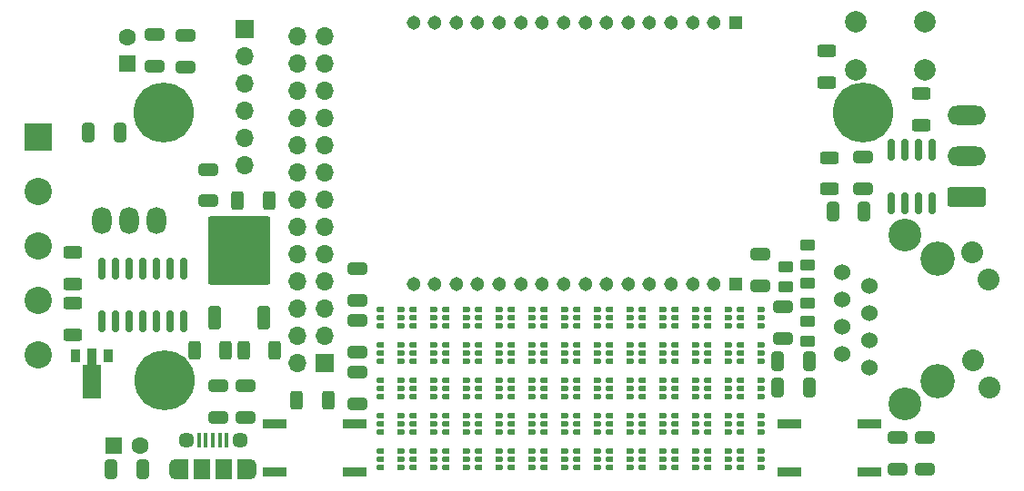
<source format=gts>
G04 #@! TF.GenerationSoftware,KiCad,Pcbnew,7.0.5-0*
G04 #@! TF.CreationDate,2024-11-09T14:15:42+01:00*
G04 #@! TF.ProjectId,p44mini_lx,7034346d-696e-4695-9f6c-782e6b696361,rev?*
G04 #@! TF.SameCoordinates,Original*
G04 #@! TF.FileFunction,Soldermask,Top*
G04 #@! TF.FilePolarity,Negative*
%FSLAX46Y46*%
G04 Gerber Fmt 4.6, Leading zero omitted, Abs format (unit mm)*
G04 Created by KiCad (PCBNEW 7.0.5-0) date 2024-11-09 14:15:42*
%MOMM*%
%LPD*%
G01*
G04 APERTURE LIST*
G04 Aperture macros list*
%AMRoundRect*
0 Rectangle with rounded corners*
0 $1 Rounding radius*
0 $2 $3 $4 $5 $6 $7 $8 $9 X,Y pos of 4 corners*
0 Add a 4 corners polygon primitive as box body*
4,1,4,$2,$3,$4,$5,$6,$7,$8,$9,$2,$3,0*
0 Add four circle primitives for the rounded corners*
1,1,$1+$1,$2,$3*
1,1,$1+$1,$4,$5*
1,1,$1+$1,$6,$7*
1,1,$1+$1,$8,$9*
0 Add four rect primitives between the rounded corners*
20,1,$1+$1,$2,$3,$4,$5,0*
20,1,$1+$1,$4,$5,$6,$7,0*
20,1,$1+$1,$6,$7,$8,$9,0*
20,1,$1+$1,$8,$9,$2,$3,0*%
%AMFreePoly0*
4,1,13,-0.325000,0.112500,-0.316436,0.155552,-0.292050,0.192050,-0.255552,0.216436,-0.212500,0.225000,0.325000,0.225000,0.325000,-0.225000,-0.212500,-0.225000,-0.255552,-0.216436,-0.292050,-0.192050,-0.316436,-0.155552,-0.325000,-0.112500,-0.325000,0.112500,-0.325000,0.112500,$1*%
%AMFreePoly1*
4,1,13,-0.325000,0.225000,0.212500,0.225000,0.255552,0.216436,0.292050,0.192050,0.316436,0.155552,0.325000,0.112500,0.325000,-0.112500,0.316436,-0.155552,0.292050,-0.192050,0.255552,-0.216436,0.212500,-0.225000,-0.325000,-0.225000,-0.325000,0.225000,-0.325000,0.225000,$1*%
%AMFreePoly2*
4,1,9,3.862500,-0.866500,0.737500,-0.866500,0.737500,-0.450000,-0.737500,-0.450000,-0.737500,0.450000,0.737500,0.450000,0.737500,0.866500,3.862500,0.866500,3.862500,-0.866500,3.862500,-0.866500,$1*%
G04 Aperture macros list end*
%ADD10FreePoly0,180.000000*%
%ADD11FreePoly1,180.000000*%
%ADD12FreePoly0,0.000000*%
%ADD13FreePoly1,0.000000*%
%ADD14R,1.600000X1.600000*%
%ADD15C,1.600000*%
%ADD16RoundRect,0.250000X0.625000X-0.312500X0.625000X0.312500X-0.625000X0.312500X-0.625000X-0.312500X0*%
%ADD17RoundRect,0.250000X-0.325000X-0.650000X0.325000X-0.650000X0.325000X0.650000X-0.325000X0.650000X0*%
%ADD18RoundRect,0.250000X0.325000X0.650000X-0.325000X0.650000X-0.325000X-0.650000X0.325000X-0.650000X0*%
%ADD19RoundRect,0.150000X0.150000X-0.825000X0.150000X0.825000X-0.150000X0.825000X-0.150000X-0.825000X0*%
%ADD20RoundRect,0.250000X-0.650000X0.325000X-0.650000X-0.325000X0.650000X-0.325000X0.650000X0.325000X0*%
%ADD21RoundRect,0.250000X-0.625000X0.312500X-0.625000X-0.312500X0.625000X-0.312500X0.625000X0.312500X0*%
%ADD22R,1.700000X1.700000*%
%ADD23O,1.700000X1.700000*%
%ADD24RoundRect,0.250000X0.350000X-0.850000X0.350000X0.850000X-0.350000X0.850000X-0.350000X-0.850000X0*%
%ADD25RoundRect,0.249997X2.650003X-2.950003X2.650003X2.950003X-2.650003X2.950003X-2.650003X-2.950003X0*%
%ADD26RoundRect,0.250000X0.450000X-0.262500X0.450000X0.262500X-0.450000X0.262500X-0.450000X-0.262500X0*%
%ADD27R,2.209800X0.863600*%
%ADD28RoundRect,0.250000X0.650000X-0.325000X0.650000X0.325000X-0.650000X0.325000X-0.650000X-0.325000X0*%
%ADD29C,5.600000*%
%ADD30RoundRect,0.250000X-0.312500X-0.625000X0.312500X-0.625000X0.312500X0.625000X-0.312500X0.625000X0*%
%ADD31R,1.305560X1.305560*%
%ADD32C,1.305560*%
%ADD33C,3.200000*%
%ADD34C,1.524000*%
%ADD35C,2.032000*%
%ADD36C,3.048000*%
%ADD37RoundRect,0.250000X0.312500X0.625000X-0.312500X0.625000X-0.312500X-0.625000X0.312500X-0.625000X0*%
%ADD38C,2.000000*%
%ADD39R,0.900000X1.300000*%
%ADD40FreePoly2,270.000000*%
%ADD41R,2.540000X2.540000*%
%ADD42C,2.540000*%
%ADD43O,1.800000X2.540000*%
%ADD44RoundRect,0.250000X1.550000X-0.650000X1.550000X0.650000X-1.550000X0.650000X-1.550000X-0.650000X0*%
%ADD45O,3.600000X1.800000*%
%ADD46R,0.400000X1.350000*%
%ADD47O,1.200000X1.900000*%
%ADD48R,1.200000X1.900000*%
%ADD49C,1.450000*%
%ADD50R,1.500000X1.900000*%
G04 APERTURE END LIST*
D10*
X96987000Y-73160000D03*
X96987000Y-72390000D03*
X96987000Y-71620000D03*
D11*
X95037000Y-71620000D03*
X95037000Y-72390000D03*
X95037000Y-73160000D03*
D12*
X113325000Y-81526000D03*
X113325000Y-82296000D03*
X113325000Y-83066000D03*
D13*
X115275000Y-83066000D03*
X115275000Y-82296000D03*
X115275000Y-81526000D03*
D14*
X70250000Y-81000000D03*
D15*
X72750000Y-81000000D03*
D12*
X122469000Y-81526000D03*
X122469000Y-82296000D03*
X122469000Y-83066000D03*
D13*
X124419000Y-83066000D03*
X124419000Y-82296000D03*
X124419000Y-81526000D03*
D12*
X101133000Y-81526000D03*
X101133000Y-82296000D03*
X101133000Y-83066000D03*
D13*
X103083000Y-83066000D03*
X103083000Y-82296000D03*
X103083000Y-81526000D03*
D16*
X66497200Y-70712500D03*
X66497200Y-67787500D03*
D17*
X137209000Y-59182000D03*
X140159000Y-59182000D03*
D12*
X104181000Y-81526000D03*
X104181000Y-82296000D03*
X104181000Y-83066000D03*
D13*
X106131000Y-83066000D03*
X106131000Y-82296000D03*
X106131000Y-81526000D03*
D12*
X119421000Y-81526000D03*
X119421000Y-82296000D03*
X119421000Y-83066000D03*
D13*
X121371000Y-83066000D03*
X121371000Y-82296000D03*
X121371000Y-81526000D03*
D12*
X116373000Y-81526000D03*
X116373000Y-82296000D03*
X116373000Y-83066000D03*
D13*
X118323000Y-83066000D03*
X118323000Y-82296000D03*
X118323000Y-81526000D03*
D12*
X98085000Y-74922000D03*
X98085000Y-75692000D03*
X98085000Y-76462000D03*
D13*
X100035000Y-76462000D03*
X100035000Y-75692000D03*
X100035000Y-74922000D03*
D17*
X70051400Y-83210400D03*
X73001400Y-83210400D03*
D12*
X110277000Y-81526000D03*
X110277000Y-82296000D03*
X110277000Y-83066000D03*
D13*
X112227000Y-83066000D03*
X112227000Y-82296000D03*
X112227000Y-81526000D03*
D10*
X100035000Y-73160000D03*
X100035000Y-72390000D03*
X100035000Y-71620000D03*
D11*
X98085000Y-71620000D03*
X98085000Y-72390000D03*
X98085000Y-73160000D03*
D18*
X70875000Y-51850000D03*
X67925000Y-51850000D03*
D12*
X110277000Y-68318000D03*
X110277000Y-69088000D03*
X110277000Y-69858000D03*
D13*
X112227000Y-69858000D03*
X112227000Y-69088000D03*
X112227000Y-68318000D03*
D12*
X122469000Y-74922000D03*
X122469000Y-75692000D03*
X122469000Y-76462000D03*
D13*
X124419000Y-76462000D03*
X124419000Y-75692000D03*
X124419000Y-74922000D03*
D10*
X118323000Y-79764000D03*
X118323000Y-78994000D03*
X118323000Y-78224000D03*
D11*
X116373000Y-78224000D03*
X116373000Y-78994000D03*
X116373000Y-79764000D03*
D19*
X142621000Y-58405800D03*
X143891000Y-58405800D03*
X145161000Y-58405800D03*
X146431000Y-58405800D03*
X146431000Y-53455800D03*
X145161000Y-53455800D03*
X143891000Y-53455800D03*
X142621000Y-53455800D03*
D16*
X136906000Y-57088500D03*
X136906000Y-54163500D03*
D12*
X101133000Y-68318000D03*
X101133000Y-69088000D03*
X101133000Y-69858000D03*
D13*
X103083000Y-69858000D03*
X103083000Y-69088000D03*
X103083000Y-68318000D03*
D18*
X135028200Y-73202800D03*
X132078200Y-73202800D03*
D20*
X92964000Y-69391000D03*
X92964000Y-72341000D03*
D10*
X115275000Y-79764000D03*
X115275000Y-78994000D03*
X115275000Y-78224000D03*
D11*
X113325000Y-78224000D03*
X113325000Y-78994000D03*
X113325000Y-79764000D03*
D21*
X136652000Y-44206700D03*
X136652000Y-47131700D03*
D12*
X128565000Y-81526000D03*
X128565000Y-82296000D03*
X128565000Y-83066000D03*
D13*
X130515000Y-83066000D03*
X130515000Y-82296000D03*
X130515000Y-81526000D03*
D12*
X119421000Y-68318000D03*
X119421000Y-69088000D03*
X119421000Y-69858000D03*
D13*
X121371000Y-69858000D03*
X121371000Y-69088000D03*
X121371000Y-68318000D03*
D22*
X82448400Y-42214800D03*
D23*
X82448400Y-44754800D03*
X82448400Y-47294800D03*
X82448400Y-49834800D03*
X82448400Y-52374800D03*
X82448400Y-54914800D03*
D10*
X121371000Y-79764000D03*
X121371000Y-78994000D03*
X121371000Y-78224000D03*
D11*
X119421000Y-78224000D03*
X119421000Y-78994000D03*
X119421000Y-79764000D03*
D14*
X71500000Y-45411394D03*
D15*
X71500000Y-42911394D03*
D10*
X112227000Y-73160000D03*
X112227000Y-72390000D03*
X112227000Y-71620000D03*
D11*
X110277000Y-71620000D03*
X110277000Y-72390000D03*
X110277000Y-73160000D03*
D24*
X79660400Y-69098800D03*
D25*
X81940400Y-62798800D03*
D24*
X84220400Y-69098800D03*
D10*
X130515000Y-79764000D03*
X130515000Y-78994000D03*
X130515000Y-78224000D03*
D11*
X128565000Y-78224000D03*
X128565000Y-78994000D03*
X128565000Y-79764000D03*
D26*
X132842000Y-66190500D03*
X132842000Y-64365500D03*
D27*
X133159500Y-79029999D03*
X140652500Y-79029999D03*
X133159500Y-83530001D03*
X140652500Y-83530001D03*
D12*
X95037000Y-81526000D03*
X95037000Y-82296000D03*
X95037000Y-83066000D03*
D13*
X96987000Y-83066000D03*
X96987000Y-82296000D03*
X96987000Y-81526000D03*
D26*
X134874000Y-64158500D03*
X134874000Y-62333500D03*
D28*
X92964000Y-67515000D03*
X92964000Y-64565000D03*
D12*
X95037000Y-68318000D03*
X95037000Y-69088000D03*
X95037000Y-69858000D03*
D13*
X96987000Y-69858000D03*
X96987000Y-69088000D03*
X96987000Y-68318000D03*
D10*
X106131000Y-79764000D03*
X106131000Y-78994000D03*
X106131000Y-78224000D03*
D11*
X104181000Y-78224000D03*
X104181000Y-78994000D03*
X104181000Y-79764000D03*
D20*
X80010000Y-75487000D03*
X80010000Y-78437000D03*
D10*
X115275000Y-73160000D03*
X115275000Y-72390000D03*
X115275000Y-71620000D03*
D11*
X113325000Y-71620000D03*
X113325000Y-72390000D03*
X113325000Y-73160000D03*
D12*
X107229000Y-68318000D03*
X107229000Y-69088000D03*
X107229000Y-69858000D03*
D13*
X109179000Y-69858000D03*
X109179000Y-69088000D03*
X109179000Y-68318000D03*
D10*
X109179000Y-73160000D03*
X109179000Y-72390000D03*
X109179000Y-71620000D03*
D11*
X107229000Y-71620000D03*
X107229000Y-72390000D03*
X107229000Y-73160000D03*
D29*
X75000000Y-74950000D03*
D16*
X145415000Y-51119500D03*
X145415000Y-48194500D03*
D10*
X96987000Y-79764000D03*
X96987000Y-78994000D03*
X96987000Y-78224000D03*
D11*
X95037000Y-78224000D03*
X95037000Y-78994000D03*
X95037000Y-79764000D03*
D26*
X134874000Y-67714500D03*
X134874000Y-65889500D03*
D29*
X74950000Y-49950000D03*
D12*
X125517000Y-74922000D03*
X125517000Y-75692000D03*
X125517000Y-76462000D03*
D13*
X127467000Y-76462000D03*
X127467000Y-75692000D03*
X127467000Y-74922000D03*
D12*
X122469000Y-68318000D03*
X122469000Y-69088000D03*
X122469000Y-69858000D03*
D13*
X124419000Y-69858000D03*
X124419000Y-69088000D03*
X124419000Y-68318000D03*
D10*
X118323000Y-73160000D03*
X118323000Y-72390000D03*
X118323000Y-71620000D03*
D11*
X116373000Y-71620000D03*
X116373000Y-72390000D03*
X116373000Y-73160000D03*
D30*
X87310500Y-76835000D03*
X90235500Y-76835000D03*
D31*
X128173480Y-41592500D03*
D32*
X126174500Y-41592500D03*
X124175520Y-41592500D03*
X122174000Y-41592500D03*
X120175020Y-41592500D03*
X118173500Y-41592500D03*
X116174520Y-41592500D03*
X114175540Y-41592500D03*
X112176560Y-41592500D03*
X110177580Y-41592500D03*
X108176060Y-41592500D03*
X106177080Y-41592500D03*
X104175560Y-41592500D03*
X102176580Y-41592500D03*
X100177600Y-41592500D03*
X98176080Y-41592500D03*
D31*
X128173480Y-65989200D03*
D32*
X126174500Y-65989200D03*
X124175520Y-65989200D03*
X122174000Y-65989200D03*
X120175020Y-65989200D03*
X118173500Y-65989200D03*
X116174520Y-65989200D03*
X114175540Y-65989200D03*
X112176560Y-65989200D03*
X110177580Y-65989200D03*
X108176060Y-65989200D03*
X106177080Y-65989200D03*
X104175560Y-65989200D03*
X102176580Y-65989200D03*
X100177600Y-65989200D03*
X98176080Y-65989200D03*
D28*
X132588000Y-71071000D03*
X132588000Y-68121000D03*
D19*
X69190000Y-69475000D03*
X70460000Y-69475000D03*
X71730000Y-69475000D03*
X73000000Y-69475000D03*
X74270000Y-69475000D03*
X75540000Y-69475000D03*
X76810000Y-69475000D03*
X76810000Y-64525000D03*
X75540000Y-64525000D03*
X74270000Y-64525000D03*
X73000000Y-64525000D03*
X71730000Y-64525000D03*
X70460000Y-64525000D03*
X69190000Y-64525000D03*
D33*
X146964400Y-63576200D03*
X146964400Y-75006200D03*
D34*
X140614400Y-73736200D03*
X138074400Y-72466200D03*
X140614400Y-71196200D03*
X138074400Y-69926200D03*
X140614400Y-68656200D03*
X138074400Y-67386200D03*
X140614400Y-66116200D03*
X138074400Y-64846200D03*
D35*
X151765000Y-75641200D03*
X150241000Y-73101200D03*
X151739600Y-65532000D03*
X150215600Y-62992000D03*
D36*
X143916400Y-77165200D03*
X143916400Y-61417200D03*
D28*
X77000000Y-45725000D03*
X77000000Y-42775000D03*
D27*
X85255100Y-79029999D03*
X92748100Y-79029999D03*
X85255100Y-83530001D03*
X92748100Y-83530001D03*
D20*
X130505200Y-63193400D03*
X130505200Y-66143400D03*
D12*
X116373000Y-68318000D03*
X116373000Y-69088000D03*
X116373000Y-69858000D03*
D13*
X118323000Y-69858000D03*
X118323000Y-69088000D03*
X118323000Y-68318000D03*
D22*
X89916000Y-73355200D03*
D23*
X87376000Y-73355200D03*
X89916000Y-70815200D03*
X87376000Y-70815200D03*
X89916000Y-68275200D03*
X87376000Y-68275200D03*
X89916000Y-65735200D03*
X87376000Y-65735200D03*
X89916000Y-63195200D03*
X87376000Y-63195200D03*
X89916000Y-60655200D03*
X87376000Y-60655200D03*
X89916000Y-58115200D03*
X87376000Y-58115200D03*
X89916000Y-55575200D03*
X87376000Y-55575200D03*
X89916000Y-53035200D03*
X87376000Y-53035200D03*
X89916000Y-50495200D03*
X87376000Y-50495200D03*
X89916000Y-47955200D03*
X87376000Y-47955200D03*
X89916000Y-45415200D03*
X87376000Y-45415200D03*
X89916000Y-42875200D03*
X87376000Y-42875200D03*
D12*
X128565000Y-74922000D03*
X128565000Y-75692000D03*
X128565000Y-76462000D03*
D13*
X130515000Y-76462000D03*
X130515000Y-75692000D03*
X130515000Y-74922000D03*
D20*
X145796000Y-80313000D03*
X145796000Y-83263000D03*
D12*
X107229000Y-81526000D03*
X107229000Y-82296000D03*
X107229000Y-83066000D03*
D13*
X109179000Y-83066000D03*
X109179000Y-82296000D03*
X109179000Y-81526000D03*
D12*
X116373000Y-74922000D03*
X116373000Y-75692000D03*
X116373000Y-76462000D03*
D13*
X118323000Y-76462000D03*
X118323000Y-75692000D03*
X118323000Y-74922000D03*
D10*
X106131000Y-73160000D03*
X106131000Y-72390000D03*
X106131000Y-71620000D03*
D11*
X104181000Y-71620000D03*
X104181000Y-72390000D03*
X104181000Y-73160000D03*
D12*
X98085000Y-81526000D03*
X98085000Y-82296000D03*
X98085000Y-83066000D03*
D13*
X100035000Y-83066000D03*
X100035000Y-82296000D03*
X100035000Y-81526000D03*
D10*
X103083000Y-73160000D03*
X103083000Y-72390000D03*
X103083000Y-71620000D03*
D11*
X101133000Y-71620000D03*
X101133000Y-72390000D03*
X101133000Y-73160000D03*
D28*
X74117200Y-45671000D03*
X74117200Y-42721000D03*
D10*
X124419000Y-73160000D03*
X124419000Y-72390000D03*
X124419000Y-71620000D03*
D11*
X122469000Y-71620000D03*
X122469000Y-72390000D03*
X122469000Y-73160000D03*
D20*
X82550000Y-75487000D03*
X82550000Y-78437000D03*
D12*
X110277000Y-74922000D03*
X110277000Y-75692000D03*
X110277000Y-76462000D03*
D13*
X112227000Y-76462000D03*
X112227000Y-75692000D03*
X112227000Y-74922000D03*
D10*
X124419000Y-79764000D03*
X124419000Y-78994000D03*
X124419000Y-78224000D03*
D11*
X122469000Y-78224000D03*
X122469000Y-78994000D03*
X122469000Y-79764000D03*
D12*
X98085000Y-68318000D03*
X98085000Y-69088000D03*
X98085000Y-69858000D03*
D13*
X100035000Y-69858000D03*
X100035000Y-69088000D03*
X100035000Y-68318000D03*
D37*
X85282500Y-72136000D03*
X82357500Y-72136000D03*
D38*
X139320200Y-41500000D03*
X145820200Y-41500000D03*
X139320200Y-46000000D03*
X145820200Y-46000000D03*
D20*
X140055600Y-54151000D03*
X140055600Y-57101000D03*
D10*
X103083000Y-79764000D03*
X103083000Y-78994000D03*
X103083000Y-78224000D03*
D11*
X101133000Y-78224000D03*
X101133000Y-78994000D03*
X101133000Y-79764000D03*
D37*
X80710500Y-72136000D03*
X77785500Y-72136000D03*
D12*
X95037000Y-74922000D03*
X95037000Y-75692000D03*
X95037000Y-76462000D03*
D13*
X96987000Y-76462000D03*
X96987000Y-75692000D03*
X96987000Y-74922000D03*
D29*
X140050000Y-50000000D03*
D12*
X128565000Y-68318000D03*
X128565000Y-69088000D03*
X128565000Y-69858000D03*
D13*
X130515000Y-69858000D03*
X130515000Y-69088000D03*
X130515000Y-68318000D03*
D12*
X107229000Y-74922000D03*
X107229000Y-75692000D03*
X107229000Y-76462000D03*
D13*
X109179000Y-76462000D03*
X109179000Y-75692000D03*
X109179000Y-74922000D03*
D39*
X69750000Y-72624400D03*
D40*
X68250000Y-72711900D03*
D39*
X66750000Y-72624400D03*
D20*
X143256000Y-80313000D03*
X143256000Y-83263000D03*
D10*
X109179000Y-79764000D03*
X109179000Y-78994000D03*
X109179000Y-78224000D03*
D11*
X107229000Y-78224000D03*
X107229000Y-78994000D03*
X107229000Y-79764000D03*
D41*
X63227500Y-52290000D03*
D42*
X63227500Y-57370000D03*
X63227500Y-62450000D03*
X63227500Y-67530000D03*
X63227500Y-72610000D03*
D10*
X127467000Y-73160000D03*
X127467000Y-72390000D03*
X127467000Y-71620000D03*
D11*
X125517000Y-71620000D03*
X125517000Y-72390000D03*
X125517000Y-73160000D03*
D43*
X69170000Y-60000000D03*
X71710000Y-60000000D03*
X74250000Y-60000000D03*
D12*
X113325000Y-74922000D03*
X113325000Y-75692000D03*
X113325000Y-76462000D03*
D13*
X115275000Y-76462000D03*
X115275000Y-75692000D03*
X115275000Y-74922000D03*
D10*
X112227000Y-79764000D03*
X112227000Y-78994000D03*
X112227000Y-78224000D03*
D11*
X110277000Y-78224000D03*
X110277000Y-78994000D03*
X110277000Y-79764000D03*
D26*
X134874000Y-71270500D03*
X134874000Y-69445500D03*
D18*
X135028200Y-75641200D03*
X132078200Y-75641200D03*
D12*
X125517000Y-68318000D03*
X125517000Y-69088000D03*
X125517000Y-69858000D03*
D13*
X127467000Y-69858000D03*
X127467000Y-69088000D03*
X127467000Y-68318000D03*
D28*
X92964000Y-77167000D03*
X92964000Y-74217000D03*
D44*
X149656800Y-57861200D03*
D45*
X149656800Y-54051200D03*
X149656800Y-50241200D03*
D10*
X127467000Y-79764000D03*
X127467000Y-78994000D03*
X127467000Y-78224000D03*
D11*
X125517000Y-78224000D03*
X125517000Y-78994000D03*
X125517000Y-79764000D03*
D10*
X121371000Y-73160000D03*
X121371000Y-72390000D03*
X121371000Y-71620000D03*
D11*
X119421000Y-71620000D03*
X119421000Y-72390000D03*
X119421000Y-73160000D03*
D30*
X81798700Y-58166000D03*
X84723700Y-58166000D03*
D12*
X104181000Y-68318000D03*
X104181000Y-69088000D03*
X104181000Y-69858000D03*
D13*
X106131000Y-69858000D03*
X106131000Y-69088000D03*
X106131000Y-68318000D03*
D16*
X66497200Y-65962500D03*
X66497200Y-63037500D03*
D12*
X101133000Y-74922000D03*
X101133000Y-75692000D03*
X101133000Y-76462000D03*
D13*
X103083000Y-76462000D03*
X103083000Y-75692000D03*
X103083000Y-74922000D03*
D10*
X100035000Y-79764000D03*
X100035000Y-78994000D03*
X100035000Y-78224000D03*
D11*
X98085000Y-78224000D03*
X98085000Y-78994000D03*
X98085000Y-79764000D03*
D12*
X125517000Y-81526000D03*
X125517000Y-82296000D03*
X125517000Y-83066000D03*
D13*
X127467000Y-83066000D03*
X127467000Y-82296000D03*
X127467000Y-81526000D03*
D12*
X113325000Y-68318000D03*
X113325000Y-69088000D03*
X113325000Y-69858000D03*
D13*
X115275000Y-69858000D03*
X115275000Y-69088000D03*
X115275000Y-68318000D03*
D12*
X119421000Y-74922000D03*
X119421000Y-75692000D03*
X119421000Y-76462000D03*
D13*
X121371000Y-76462000D03*
X121371000Y-75692000D03*
X121371000Y-74922000D03*
D46*
X78202000Y-80528700D03*
X78852000Y-80528700D03*
X79502000Y-80528700D03*
X80152000Y-80528700D03*
X80802000Y-80528700D03*
D47*
X76002000Y-83228700D03*
D48*
X76602000Y-83228700D03*
D49*
X77002000Y-80528700D03*
D50*
X78502000Y-83228700D03*
X80502000Y-83228700D03*
D49*
X82002000Y-80528700D03*
D48*
X82402000Y-83228700D03*
D47*
X83002000Y-83228700D03*
D12*
X104181000Y-74922000D03*
X104181000Y-75692000D03*
X104181000Y-76462000D03*
D13*
X106131000Y-76462000D03*
X106131000Y-75692000D03*
X106131000Y-74922000D03*
D28*
X79095600Y-58218600D03*
X79095600Y-55268600D03*
D10*
X130515000Y-73160000D03*
X130515000Y-72390000D03*
X130515000Y-71620000D03*
D11*
X128565000Y-71620000D03*
X128565000Y-72390000D03*
X128565000Y-73160000D03*
M02*

</source>
